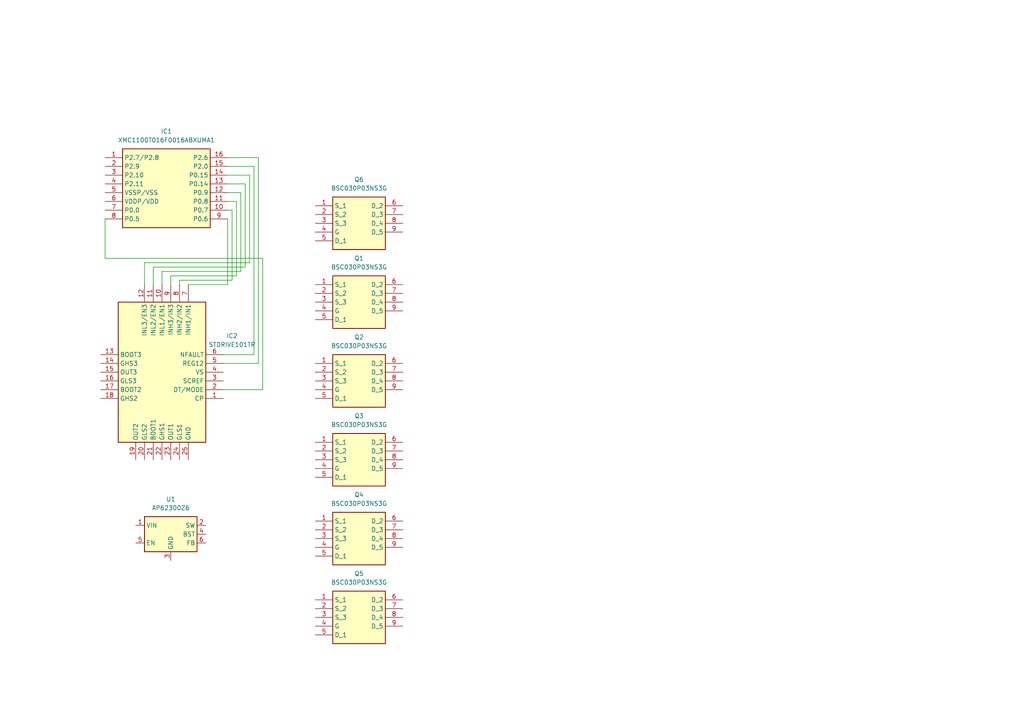
<source format=kicad_sch>
(kicad_sch (version 20250114) (generator "eeschema") (generator_version "9.0")
  (paper "A4")
  (lib_symbols
    (symbol "BSC030N03LSGATMA1:BSC030P03NS3G"
      (property "Reference" "Q" (at 21.59 7.62 0))
      (property "Value" "BSC030P03NS3G" (at 21.59 5.08 0))
      (symbol "BSC030P03NS3G_1_1"
        (rectangle (start 5.08 2.54) (end 20.32 -12.7) (stroke (width 0.254)) (fill (type background)))
        (pin passive line (at 0 0 0) (length 5.08) (name "S_1") (number "1"))
        (pin passive line (at 0 -2.54 0) (length 5.08) (name "S_2") (number "2"))
        (pin passive line (at 0 -5.08 0) (length 5.08) (name "S_3") (number "3"))
        (pin passive line (at 0 -7.62 0) (length 5.08) (name "G") (number "4"))
        (pin passive line (at 0 -10.16 0) (length 5.08) (name "D_1") (number "5"))
        (pin passive line (at 25.4 0 180) (length 5.08) (name "D_2") (number "6"))
        (pin passive line (at 25.4 -2.54 180) (length 5.08) (name "D_3") (number "7"))
        (pin passive line (at 25.4 -5.08 180) (length 5.08) (name "D_4") (number "8"))
        (pin passive line (at 25.4 -7.62 180) (length 5.08) (name "D_5") (number "9"))
      )
    )
    (symbol "Regulator_Switching:AP62300Z6"
      (property "Reference" "U" (at -7.62 6.35 0))
      (property "Value" "AP62300Z6" (at 6.35 -6.35 0))
      (symbol "AP62300Z6_0_1"
        (rectangle (start -7.62 5.08) (end 7.62 -5.08) (stroke (width 0.254)) (fill (type background)))
      )
      (symbol "AP62300Z6_1_1"
        (pin power_in line (at -10.16 2.54 0) (length 2.54) (name "VIN") (number "1"))
        (pin input line (at -10.16 -2.54 0) (length 2.54) (name "EN") (number "5"))
        (pin power_in line (at 0 -7.62 90) (length 2.54) (name "GND") (number "3"))
        (pin output line (at 10.16 2.54 180) (length 2.54) (name "SW") (number "2"))
        (pin passive line (at 10.16 0 180) (length 2.54) (name "BST") (number "4"))
        (pin input line (at 10.16 -2.54 180) (length 2.54) (name "FB") (number "6"))
      )
    )
    (symbol "STDRIVE101TR:STDRIVE101TR"
      (property "Reference" "IC" (at 31.75 17.78 0))
      (property "Value" "STDRIVE101TR" (at 31.75 15.24 0))
      (symbol "STDRIVE101TR_1_1"
        (rectangle (start 5.08 12.7) (end 30.48 -27.94) (stroke (width 0.254)) (fill (type background)))
        (pin passive line (at 0 0 0) (length 5.08) (name "CP") (number "1"))
        (pin passive line (at 0 -2.54 0) (length 5.08) (name "DT/MODE") (number "2"))
        (pin passive line (at 0 -5.08 0) (length 5.08) (name "SCREF") (number "3"))
        (pin passive line (at 0 -7.62 0) (length 5.08) (name "VS") (number "4"))
        (pin passive line (at 0 -10.16 0) (length 5.08) (name "REG12") (number "5"))
        (pin passive line (at 0 -12.7 0) (length 5.08) (name "NFAULT") (number "6"))
        (pin passive line (at 10.16 17.78 270) (length 5.08) (name "GND") (number "25"))
        (pin passive line (at 10.16 -33.02 90) (length 5.08) (name "INH1/IN1") (number "7"))
        (pin passive line (at 12.7 17.78 270) (length 5.08) (name "GLS1") (number "24"))
        (pin passive line (at 12.7 -33.02 90) (length 5.08) (name "INH2/IN2") (number "8"))
        (pin passive line (at 15.24 17.78 270) (length 5.08) (name "OUT1") (number "23"))
        (pin passive line (at 15.24 -33.02 90) (length 5.08) (name "INH3/IN3") (number "9"))
        (pin passive line (at 17.78 17.78 270) (length 5.08) (name "GHS1") (number "22"))
        (pin passive line (at 17.78 -33.02 90) (length 5.08) (name "INL1/EN1") (number "10"))
        (pin passive line (at 20.32 17.78 270) (length 5.08) (name "BOOT1") (number "21"))
        (pin passive line (at 20.32 -33.02 90) (length 5.08) (name "INL2/EN2") (number "11"))
        (pin passive line (at 22.86 17.78 270) (length 5.08) (name "GLS2") (number "20"))
        (pin passive line (at 22.86 -33.02 90) (length 5.08) (name "INL3/EN3") (number "12"))
        (pin passive line (at 25.4 17.78 270) (length 5.08) (name "OUT2") (number "19"))
        (pin passive line (at 35.56 0 180) (length 5.08) (name "GHS2") (number "18"))
        (pin passive line (at 35.56 -2.54 180) (length 5.08) (name "BOOT2") (number "17"))
        (pin passive line (at 35.56 -5.08 180) (length 5.08) (name "GLS3") (number "16"))
        (pin passive line (at 35.56 -7.62 180) (length 5.08) (name "OUT3") (number "15"))
        (pin passive line (at 35.56 -10.16 180) (length 5.08) (name "GHS3") (number "14"))
        (pin passive line (at 35.56 -12.7 180) (length 5.08) (name "BOOT3") (number "13"))
      )
    )
    (symbol "XMC1100T016F0016ABXUMA1:XMC1100T016F0016ABXUMA1"
      (property "Reference" "IC" (at 31.75 7.62 0))
      (property "Value" "XMC1100T016F0016ABXUMA1" (at 31.75 5.08 0))
      (symbol "XMC1100T016F0016ABXUMA1_1_1"
        (rectangle (start 5.08 2.54) (end 30.48 -20.32) (stroke (width 0.254)) (fill (type background)))
        (pin passive line (at 0 0 0) (length 5.08) (name "P2.7/P2.8") (number "1"))
        (pin passive line (at 0 -2.54 0) (length 5.08) (name "P2.9") (number "2"))
        (pin passive line (at 0 -5.08 0) (length 5.08) (name "P2.10") (number "3"))
        (pin passive line (at 0 -7.62 0) (length 5.08) (name "P2.11") (number "4"))
        (pin passive line (at 0 -10.16 0) (length 5.08) (name "VSSP/VSS") (number "5"))
        (pin passive line (at 0 -12.7 0) (length 5.08) (name "VDDP/VDD") (number "6"))
        (pin passive line (at 0 -15.24 0) (length 5.08) (name "P0.0") (number "7"))
        (pin passive line (at 0 -17.78 0) (length 5.08) (name "P0.5") (number "8"))
        (pin passive line (at 35.56 0 180) (length 5.08) (name "P2.6") (number "16"))
        (pin passive line (at 35.56 -2.54 180) (length 5.08) (name "P2.0") (number "15"))
        (pin passive line (at 35.56 -5.08 180) (length 5.08) (name "P0.15") (number "14"))
        (pin passive line (at 35.56 -7.62 180) (length 5.08) (name "P0.14") (number "13"))
        (pin passive line (at 35.56 -10.16 180) (length 5.08) (name "P0.9") (number "12"))
        (pin passive line (at 35.56 -12.7 180) (length 5.08) (name "P0.8") (number "11"))
        (pin passive line (at 35.56 -15.24 180) (length 5.08) (name "P0.7") (number "10"))
        (pin passive line (at 35.56 -17.78 180) (length 5.08) (name "P0.6") (number "9"))
      )
    )
  )
  (wire (pts (xy 52.07 82.55) (xy 52.07 81.28)))
  (wire (pts (xy 66.04 53.34) (xy 71.12 53.34)))
  (wire (pts (xy 74.93 45.72) (xy 66.04 45.72)))
  (wire (pts (xy 69.85 55.88) (xy 66.04 55.88)))
  (wire (pts (xy 67.31 81.28) (xy 67.31 60.96)))
  (wire (pts (xy 73.66 102.87) (xy 64.77 102.87)))
  (wire (pts (xy 74.93 105.41) (xy 74.93 45.72)))
  (wire (pts (xy 72.39 76.2) (xy 72.39 50.8)))
  (wire (pts (xy 49.53 82.55) (xy 49.53 80.01)))
  (wire (pts (xy 68.58 58.42) (xy 66.04 58.42)))
  (wire (pts (xy 64.77 105.41) (xy 74.93 105.41)))
  (wire (pts (xy 72.39 50.8) (xy 66.04 50.8)))
  (wire (pts (xy 71.12 77.47) (xy 44.45 77.47)))
  (wire (pts (xy 52.07 81.28) (xy 67.31 81.28)))
  (wire (pts (xy 46.99 82.55) (xy 46.99 78.74)))
  (wire (pts (xy 49.53 80.01) (xy 68.58 80.01)))
  (wire (pts (xy 71.12 53.34) (xy 71.12 77.47)))
  (wire (pts (xy 46.99 78.74) (xy 69.85 78.74)))
  (wire (pts (xy 54.61 82.55) (xy 66.04 82.55)))
  (wire (pts (xy 69.85 78.74) (xy 69.85 55.88)))
  (wire (pts (xy 41.91 76.2) (xy 72.39 76.2)))
  (wire (pts (xy 30.48 74.93) (xy 30.48 63.5)))
  (wire (pts (xy 76.2 74.93) (xy 30.48 74.93)))
  (wire (pts (xy 68.58 80.01) (xy 68.58 58.42)))
  (wire (pts (xy 67.31 60.96) (xy 66.04 60.96)))
  (wire (pts (xy 41.91 82.55) (xy 41.91 76.2)))
  (wire (pts (xy 66.04 48.26) (xy 73.66 48.26)))
  (wire (pts (xy 73.66 48.26) (xy 73.66 102.87)))
  (wire (pts (xy 44.45 77.47) (xy 44.45 82.55)))
  (wire (pts (xy 66.04 82.55) (xy 66.04 63.5)))
  (wire (pts (xy 76.2 113.03) (xy 76.2 74.93)))
  (wire (pts (xy 64.77 113.03) (xy 76.2 113.03)))
  (symbol (lib_id "BSC030N03LSGATMA1:BSC030P03NS3G") (at 91.44 59.69 0) (unit 1)
    (property "Reference" "Q6" (at 104.14 52.07 0))
    (property "Value" "BSC030P03NS3G" (at 104.14 54.61 0))
    (property "Footprint" "BSC0902NSATMA1" (effects (hide yes)))
    (property "Datasheet" "https://www.infineon.com/dgdl/Infineon-BSC030P03NS3G-DS-v02_01-en.pdf?fileId=db3a30431d8a6b3c011d90d084910435" (effects (hide yes)))
    (property "Description" "Infineon BSC030P03NS3G P-channel MOSFET Transistor, -100 A, -30 V, 8-Pin TDSON" (effects (hide yes)))
    (property "Manufacturer_Name" "Infineon" (effects (hide yes)))
    (property "Manufacturer_Part_Number" "BSC030P03NS3G" (effects (hide yes)))
  )
  (symbol (lib_id "XMC1100T016F0016ABXUMA1:XMC1100T016F0016ABXUMA1") (at 30.48 45.72 0) (unit 1)
    (property "Reference" "IC1" (at 48.26 38.1 0))
    (property "Value" "XMC1100T016F0016ABXUMA1" (at 48.26 40.64 0))
    (property "Footprint" "SOP65P640X120-16N" (effects (hide yes)))
    (property "Datasheet" "https://www.mouser.de/datasheet/2/196/Infineon_XMC1000_Datasheet_Addendum_DS_v01_00_EN-3168024.pdf" (effects (hide yes)))
    (property "Description" "ARM Cortex-M0 XMC1000 Microcontroller IC 32-Bit Single-Core 32MHz 16KB (16K x 8) FLASH PG-TSSOP-16-8" (effects (hide yes)))
    (property "Height" "1.2" (effects (hide yes)))
    (property "Manufacturer_Name" "Infineon" (effects (hide yes)))
    (property "Manufacturer_Part_Number" "XMC1100T016F0016ABXUMA1" (effects (hide yes)))
    (property "Mouser Part Number" "726-1100T016F0016ABX" (effects (hide yes)))
    (property "Mouser Price/Stock" "https://www.mouser.co.uk/ProductDetail/Infineon-Technologies/XMC1100T016F0016ABXUMA1?qs=RJIhqtkBntNAtQpGybSRCw%3D%3D" (effects (hide yes)))
    (property "Arrow Part Number" "XMC1100T016F0016ABXUMA1" (effects (hide yes)))
    (property "Arrow Price/Stock" "https://www.arrow.com/en/products/xmc1100t016f0016abxuma1/infineon-technologies-ag?region=nac" (effects (hide yes)))
  )
  (symbol (lib_id "BSC030N03LSGATMA1:BSC030P03NS3G") (at 91.44 151.13 0) (unit 1)
    (property "Reference" "Q4" (at 104.14 143.51 0))
    (property "Value" "BSC030P03NS3G" (at 104.14 146.05 0))
    (property "Footprint" "BSC0902NSATMA1" (effects (hide yes)))
    (property "Datasheet" "https://www.infineon.com/dgdl/Infineon-BSC030P03NS3G-DS-v02_01-en.pdf?fileId=db3a30431d8a6b3c011d90d084910435" (effects (hide yes)))
    (property "Description" "Infineon BSC030P03NS3G P-channel MOSFET Transistor, -100 A, -30 V, 8-Pin TDSON" (effects (hide yes)))
    (property "Manufacturer_Name" "Infineon" (effects (hide yes)))
    (property "Manufacturer_Part_Number" "BSC030P03NS3G" (effects (hide yes)))
  )
  (symbol (lib_id "Regulator_Switching:AP62300Z6") (at 49.53 154.94 0) (unit 1)
    (property "Reference" "U1" (at 49.53 144.78 0))
    (property "Value" "AP62300Z6" (at 49.53 147.32 0))
    (property "Footprint" "Package_TO_SOT_SMD:SOT-563" (effects (hide yes)))
    (property "Datasheet" "https://www.diodes.com/assets/Datasheets/AP62300_AP62301_AP62300T.pdf" (effects (hide yes)))
    (property "Description" "3A, 1.3MHz Buck DC/DC Converter, adjustable output voltage, SOT-563" (effects (hide yes)))
  )
  (symbol (lib_id "STDRIVE101TR:STDRIVE101TR") (at 64.77 115.57 180) (unit 1)
    (property "Reference" "IC2" (at 67.31 97.4246 0))
    (property "Value" "STDRIVE101TR" (at 67.31 99.9646 0))
    (property "Footprint" "QFN50P400X400X100-25N-D" (effects (hide yes)))
    (property "Datasheet" "https://www.st.com/resource/en/datasheet/stdrive101.pdf" (effects (hide yes)))
    (property "Description" "Triple half-bridge gate driver" (effects (hide yes)))
    (property "Height" "1" (effects (hide yes)))
    (property "Manufacturer_Name" "STMicroelectronics" (effects (hide yes)))
    (property "Manufacturer_Part_Number" "STDRIVE101TR" (effects (hide yes)))
    (property "Mouser Part Number" "511-STDRIVE101TR" (effects (hide yes)))
    (property "Mouser Price/Stock" "https://www.mouser.co.uk/ProductDetail/STMicroelectronics/STDRIVE101TR?qs=xZ%2FP%252Ba9zWqavN6CtOmQFAA%3D%3D" (effects (hide yes)))
    (property "Arrow Part Number" "STDRIVE101TR" (effects (hide yes)))
    (property "Arrow Price/Stock" "https://www.arrow.com/en/products/stdrive101tr/stmicroelectronics?utm_currency=USD&region=nac" (effects (hide yes)))
  )
  (symbol (lib_id "BSC030N03LSGATMA1:BSC030P03NS3G") (at 91.44 105.41 0) (unit 1)
    (property "Reference" "Q2" (at 104.14 97.79 0))
    (property "Value" "BSC030P03NS3G" (at 104.14 100.33 0))
    (property "Footprint" "BSC0902NSATMA1" (effects (hide yes)))
    (property "Datasheet" "https://www.infineon.com/dgdl/Infineon-BSC030P03NS3G-DS-v02_01-en.pdf?fileId=db3a30431d8a6b3c011d90d084910435" (effects (hide yes)))
    (property "Description" "Infineon BSC030P03NS3G P-channel MOSFET Transistor, -100 A, -30 V, 8-Pin TDSON" (effects (hide yes)))
    (property "Manufacturer_Name" "Infineon" (effects (hide yes)))
    (property "Manufacturer_Part_Number" "BSC030P03NS3G" (effects (hide yes)))
  )
  (symbol (lib_id "BSC030N03LSGATMA1:BSC030P03NS3G") (at 91.44 173.99 0) (unit 1)
    (property "Reference" "Q5" (at 104.14 166.37 0))
    (property "Value" "BSC030P03NS3G" (at 104.14 168.91 0))
    (property "Footprint" "BSC0902NSATMA1" (effects (hide yes)))
    (property "Datasheet" "https://www.infineon.com/dgdl/Infineon-BSC030P03NS3G-DS-v02_01-en.pdf?fileId=db3a30431d8a6b3c011d90d084910435" (effects (hide yes)))
    (property "Description" "Infineon BSC030P03NS3G P-channel MOSFET Transistor, -100 A, -30 V, 8-Pin TDSON" (effects (hide yes)))
    (property "Manufacturer_Name" "Infineon" (effects (hide yes)))
    (property "Manufacturer_Part_Number" "BSC030P03NS3G" (effects (hide yes)))
  )
  (symbol (lib_id "BSC030N03LSGATMA1:BSC030P03NS3G") (at 91.44 82.55 0) (unit 1)
    (property "Reference" "Q1" (at 104.14 74.93 0))
    (property "Value" "BSC030P03NS3G" (at 104.14 77.47 0))
    (property "Footprint" "BSC0902NSATMA1" (effects (hide yes)))
    (property "Datasheet" "https://www.infineon.com/dgdl/Infineon-BSC030P03NS3G-DS-v02_01-en.pdf?fileId=db3a30431d8a6b3c011d90d084910435" (effects (hide yes)))
    (property "Description" "Infineon BSC030P03NS3G P-channel MOSFET Transistor, -100 A, -30 V, 8-Pin TDSON" (effects (hide yes)))
    (property "Manufacturer_Name" "Infineon" (effects (hide yes)))
    (property "Manufacturer_Part_Number" "BSC030P03NS3G" (effects (hide yes)))
  )
  (symbol (lib_id "BSC030N03LSGATMA1:BSC030P03NS3G") (at 91.44 128.27 0) (unit 1)
    (property "Reference" "Q3" (at 104.14 120.65 0))
    (property "Value" "BSC030P03NS3G" (at 104.14 123.19 0))
    (property "Footprint" "BSC0902NSATMA1" (effects (hide yes)))
    (property "Datasheet" "https://www.infineon.com/dgdl/Infineon-BSC030P03NS3G-DS-v02_01-en.pdf?fileId=db3a30431d8a6b3c011d90d084910435" (effects (hide yes)))
    (property "Description" "Infineon BSC030P03NS3G P-channel MOSFET Transistor, -100 A, -30 V, 8-Pin TDSON" (effects (hide yes)))
    (property "Manufacturer_Name" "Infineon" (effects (hide yes)))
    (property "Manufacturer_Part_Number" "BSC030P03NS3G" (effects (hide yes)))
  )
)
</source>
